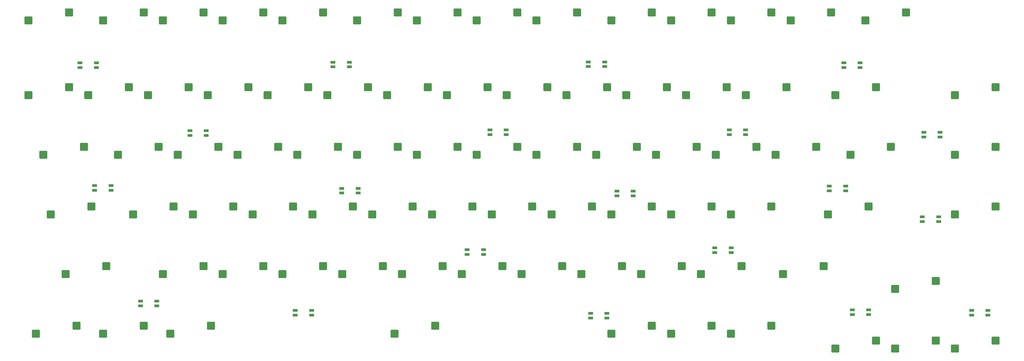
<source format=gbr>
%TF.GenerationSoftware,KiCad,Pcbnew,9.0.2*%
%TF.CreationDate,2025-07-31T22:41:45+05:30*%
%TF.ProjectId,clackintosh,636c6163-6b69-46e7-946f-73682e6b6963,rev?*%
%TF.SameCoordinates,Original*%
%TF.FileFunction,Paste,Bot*%
%TF.FilePolarity,Positive*%
%FSLAX46Y46*%
G04 Gerber Fmt 4.6, Leading zero omitted, Abs format (unit mm)*
G04 Created by KiCad (PCBNEW 9.0.2) date 2025-07-31 22:41:45*
%MOMM*%
%LPD*%
G01*
G04 APERTURE LIST*
G04 Aperture macros list*
%AMRoundRect*
0 Rectangle with rounded corners*
0 $1 Rounding radius*
0 $2 $3 $4 $5 $6 $7 $8 $9 X,Y pos of 4 corners*
0 Add a 4 corners polygon primitive as box body*
4,1,4,$2,$3,$4,$5,$6,$7,$8,$9,$2,$3,0*
0 Add four circle primitives for the rounded corners*
1,1,$1+$1,$2,$3*
1,1,$1+$1,$4,$5*
1,1,$1+$1,$6,$7*
1,1,$1+$1,$8,$9*
0 Add four rect primitives between the rounded corners*
20,1,$1+$1,$2,$3,$4,$5,0*
20,1,$1+$1,$4,$5,$6,$7,0*
20,1,$1+$1,$6,$7,$8,$9,0*
20,1,$1+$1,$8,$9,$2,$3,0*%
G04 Aperture macros list end*
%ADD10RoundRect,0.082000X-0.718000X0.328000X-0.718000X-0.328000X0.718000X-0.328000X0.718000X0.328000X0*%
%ADD11RoundRect,0.250000X1.025000X1.000000X-1.025000X1.000000X-1.025000X-1.000000X1.025000X-1.000000X0*%
G04 APERTURE END LIST*
D10*
%TO.C,L16*%
X210800000Y-132899999D03*
X210800000Y-134399999D03*
X216000000Y-134399999D03*
X216000000Y-132899999D03*
%TD*%
%TO.C,L14*%
X67387500Y-129002499D03*
X67387500Y-130502499D03*
X72587500Y-130502499D03*
X72587500Y-129002499D03*
%TD*%
%TO.C,L18*%
X332200000Y-131999999D03*
X332200000Y-133499999D03*
X337400000Y-133499999D03*
X337400000Y-131999999D03*
%TD*%
%TO.C,L5*%
X255000000Y-74299999D03*
X255000000Y-75799999D03*
X260200000Y-75799999D03*
X260200000Y-74299999D03*
%TD*%
%TO.C,L6*%
X178700000Y-74299999D03*
X178700000Y-75799999D03*
X183900000Y-75799999D03*
X183900000Y-74299999D03*
%TD*%
%TO.C,L3*%
X210087500Y-52602499D03*
X210087500Y-54102499D03*
X215287500Y-54102499D03*
X215287500Y-52602499D03*
%TD*%
%TO.C,L4*%
X291487500Y-52902499D03*
X291487500Y-54402499D03*
X296687500Y-54402499D03*
X296687500Y-52902499D03*
%TD*%
%TO.C,L20*%
X316500000Y-102099999D03*
X316500000Y-103599999D03*
X321700000Y-103599999D03*
X321700000Y-102099999D03*
%TD*%
%TO.C,L2*%
X128700000Y-52699999D03*
X128700000Y-54199999D03*
X133900000Y-54199999D03*
X133900000Y-52699999D03*
%TD*%
%TO.C,L1*%
X48100000Y-52899999D03*
X48100000Y-54399999D03*
X53300000Y-54399999D03*
X53300000Y-52899999D03*
%TD*%
%TO.C,L7*%
X83100000Y-74599999D03*
X83100000Y-76099999D03*
X88300000Y-76099999D03*
X88300000Y-74599999D03*
%TD*%
%TO.C,L13*%
X171487500Y-112602499D03*
X171487500Y-114102499D03*
X176687500Y-114102499D03*
X176687500Y-112602499D03*
%TD*%
%TO.C,L12*%
X250387500Y-112002499D03*
X250387500Y-113502499D03*
X255587500Y-113502499D03*
X255587500Y-112002499D03*
%TD*%
%TO.C,L11*%
X286887500Y-92302499D03*
X286887500Y-93802499D03*
X292087500Y-93802499D03*
X292087500Y-92302499D03*
%TD*%
%TO.C,L10*%
X219187500Y-93902499D03*
X219187500Y-95402499D03*
X224387500Y-95402499D03*
X224387500Y-93902499D03*
%TD*%
%TO.C,L15*%
X116687500Y-132002499D03*
X116687500Y-133502499D03*
X121887500Y-133502499D03*
X121887500Y-132002499D03*
%TD*%
%TO.C,L17*%
X294187500Y-131802499D03*
X294187500Y-133302499D03*
X299387500Y-133302499D03*
X299387500Y-131802499D03*
%TD*%
%TO.C,L9*%
X131500000Y-92999999D03*
X131500000Y-94499999D03*
X136700000Y-94499999D03*
X136700000Y-92999999D03*
%TD*%
%TO.C,L8*%
X52787500Y-92102499D03*
X52787500Y-93602499D03*
X57987500Y-93602499D03*
X57987500Y-92102499D03*
%TD*%
%TO.C,L19*%
X316987500Y-75102499D03*
X316987500Y-76602499D03*
X322187500Y-76602499D03*
X322187500Y-75102499D03*
%TD*%
D11*
%TO.C,S12*%
X255487500Y-39370000D03*
X268414500Y-36830000D03*
%TD*%
%TO.C,S70*%
X272156300Y-120332500D03*
X285083300Y-117792500D03*
%TD*%
%TO.C,S39*%
X212625000Y-82232500D03*
X225552000Y-79692500D03*
%TD*%
%TO.C,S57*%
X286443800Y-101282500D03*
X299370800Y-98742500D03*
%TD*%
%TO.C,S59*%
X43556300Y-120332500D03*
X56483300Y-117792500D03*
%TD*%
%TO.C,S65*%
X169762500Y-120332500D03*
X182689500Y-117792500D03*
%TD*%
%TO.C,S8*%
X174525000Y-39370000D03*
X187452000Y-36830000D03*
%TD*%
%TO.C,S44*%
X326925000Y-82232500D03*
X339852000Y-79692500D03*
%TD*%
%TO.C,S60*%
X74512500Y-120332500D03*
X87439500Y-117792500D03*
%TD*%
%TO.C,S47*%
X84037500Y-101282500D03*
X96964500Y-98742500D03*
%TD*%
%TO.C,S81*%
X326925000Y-144145000D03*
X339852000Y-141605000D03*
%TD*%
%TO.C,S69*%
X245962500Y-120332500D03*
X258889500Y-117792500D03*
%TD*%
%TO.C,S66*%
X188812500Y-120332500D03*
X201739500Y-117792500D03*
%TD*%
%TO.C,S9*%
X193575000Y-39370000D03*
X206502000Y-36830000D03*
%TD*%
%TO.C,S77*%
X236437500Y-139382500D03*
X249364500Y-136842500D03*
%TD*%
%TO.C,S30*%
X36412500Y-82232500D03*
X49339500Y-79692500D03*
%TD*%
%TO.C,S40*%
X231675000Y-82232500D03*
X244602000Y-79692500D03*
%TD*%
%TO.C,S38*%
X193575000Y-82232500D03*
X206502000Y-79692500D03*
%TD*%
%TO.C,S76*%
X217387500Y-139382500D03*
X230314500Y-136842500D03*
%TD*%
%TO.C,S52*%
X179287500Y-101282500D03*
X192214500Y-98742500D03*
%TD*%
%TO.C,S79*%
X288825000Y-144145000D03*
X301752000Y-141605000D03*
%TD*%
%TO.C,S2*%
X55462500Y-39370000D03*
X68389500Y-36830000D03*
%TD*%
%TO.C,S17*%
X69750000Y-63182500D03*
X82677000Y-60642500D03*
%TD*%
%TO.C,S41*%
X250725000Y-82232500D03*
X263652000Y-79692500D03*
%TD*%
%TO.C,S80*%
X307875000Y-144145000D03*
X320802000Y-141605000D03*
%TD*%
%TO.C,S32*%
X79275000Y-82232500D03*
X92202000Y-79692500D03*
%TD*%
%TO.C,S75*%
X148331300Y-139382500D03*
X161258300Y-136842500D03*
%TD*%
%TO.C,S37*%
X174525000Y-82232500D03*
X187452000Y-79692500D03*
%TD*%
%TO.C,S4*%
X93562500Y-39370000D03*
X106489500Y-36830000D03*
%TD*%
%TO.C,S18*%
X88800000Y-63182500D03*
X101727000Y-60642500D03*
%TD*%
%TO.C,S20*%
X126900000Y-63182500D03*
X139827000Y-60642500D03*
%TD*%
%TO.C,S14*%
X298350000Y-39370000D03*
X311277000Y-36830000D03*
%TD*%
%TO.C,S27*%
X260250000Y-63182500D03*
X273177000Y-60642500D03*
%TD*%
%TO.C,S71*%
X307875000Y-125095000D03*
X320802000Y-122555000D03*
%TD*%
%TO.C,S29*%
X326925000Y-63182500D03*
X339852000Y-60642500D03*
%TD*%
%TO.C,S58*%
X326925000Y-101282500D03*
X339852000Y-98742500D03*
%TD*%
%TO.C,S49*%
X122137500Y-101282500D03*
X135064500Y-98742500D03*
%TD*%
%TO.C,S23*%
X184050000Y-63182500D03*
X196977000Y-60642500D03*
%TD*%
%TO.C,S33*%
X98325000Y-82232500D03*
X111252000Y-79692500D03*
%TD*%
%TO.C,S78*%
X255487500Y-139382500D03*
X268414500Y-136842500D03*
%TD*%
%TO.C,S46*%
X64987500Y-101282500D03*
X77914500Y-98742500D03*
%TD*%
%TO.C,S68*%
X226912500Y-120332500D03*
X239839500Y-117792500D03*
%TD*%
%TO.C,S31*%
X60225000Y-82232500D03*
X73152000Y-79692500D03*
%TD*%
%TO.C,S24*%
X203100000Y-63182500D03*
X216027000Y-60642500D03*
%TD*%
%TO.C,S6*%
X136425000Y-39370000D03*
X149352000Y-36830000D03*
%TD*%
%TO.C,S11*%
X236437500Y-39370000D03*
X249364500Y-36830000D03*
%TD*%
%TO.C,S45*%
X38793800Y-101282500D03*
X51720800Y-98742500D03*
%TD*%
%TO.C,S73*%
X55462500Y-139382500D03*
X68389500Y-136842500D03*
%TD*%
%TO.C,S26*%
X241200000Y-63182500D03*
X254127000Y-60642500D03*
%TD*%
%TO.C,S51*%
X160237500Y-101282500D03*
X173164500Y-98742500D03*
%TD*%
%TO.C,S35*%
X136425000Y-82232500D03*
X149352000Y-79692500D03*
%TD*%
%TO.C,S36*%
X155475000Y-82232500D03*
X168402000Y-79692500D03*
%TD*%
%TO.C,S15*%
X31650000Y-63182500D03*
X44577000Y-60642500D03*
%TD*%
%TO.C,S61*%
X93562500Y-120332500D03*
X106489500Y-117792500D03*
%TD*%
%TO.C,S72*%
X34031300Y-139382500D03*
X46958300Y-136842500D03*
%TD*%
%TO.C,S25*%
X222150000Y-63182500D03*
X235077000Y-60642500D03*
%TD*%
%TO.C,S54*%
X217387500Y-101282500D03*
X230314500Y-98742500D03*
%TD*%
%TO.C,S63*%
X131662500Y-120332500D03*
X144589500Y-117792500D03*
%TD*%
%TO.C,S7*%
X155475000Y-39370000D03*
X168402000Y-36830000D03*
%TD*%
%TO.C,S16*%
X50700000Y-63182500D03*
X63627000Y-60642500D03*
%TD*%
%TO.C,S1*%
X31650000Y-39370000D03*
X44577000Y-36830000D03*
%TD*%
%TO.C,S67*%
X207862500Y-120332500D03*
X220789500Y-117792500D03*
%TD*%
%TO.C,S48*%
X103087500Y-101282500D03*
X116014500Y-98742500D03*
%TD*%
%TO.C,S74*%
X76893800Y-139382500D03*
X89820800Y-136842500D03*
%TD*%
%TO.C,S62*%
X112612500Y-120332500D03*
X125539500Y-117792500D03*
%TD*%
%TO.C,S19*%
X107850000Y-63182500D03*
X120777000Y-60642500D03*
%TD*%
%TO.C,S22*%
X165000000Y-63182500D03*
X177927000Y-60642500D03*
%TD*%
%TO.C,S5*%
X112612500Y-39370000D03*
X125539500Y-36830000D03*
%TD*%
%TO.C,S53*%
X198337500Y-101282500D03*
X211264500Y-98742500D03*
%TD*%
%TO.C,S10*%
X217387500Y-39370000D03*
X230314500Y-36830000D03*
%TD*%
%TO.C,S64*%
X150712500Y-120332500D03*
X163639500Y-117792500D03*
%TD*%
%TO.C,S28*%
X288825000Y-63182500D03*
X301752000Y-60642500D03*
%TD*%
%TO.C,S3*%
X74512500Y-39370000D03*
X87439500Y-36830000D03*
%TD*%
%TO.C,S55*%
X236437500Y-101282500D03*
X249364500Y-98742500D03*
%TD*%
%TO.C,S42*%
X269775000Y-82232500D03*
X282702000Y-79692500D03*
%TD*%
%TO.C,S50*%
X141187500Y-101282500D03*
X154114500Y-98742500D03*
%TD*%
%TO.C,S13*%
X274537500Y-39370000D03*
X287464500Y-36830000D03*
%TD*%
%TO.C,S56*%
X255487500Y-101282500D03*
X268414500Y-98742500D03*
%TD*%
%TO.C,S34*%
X117375000Y-82232500D03*
X130302000Y-79692500D03*
%TD*%
%TO.C,S43*%
X293587500Y-82232500D03*
X306514500Y-79692500D03*
%TD*%
%TO.C,S21*%
X145950000Y-63182500D03*
X158877000Y-60642500D03*
%TD*%
M02*

</source>
